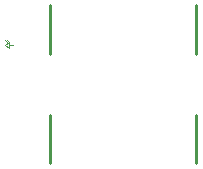
<source format=gbr>
%TF.GenerationSoftware,Altium Limited,Altium Designer,20.1.8 (145)*%
G04 Layer_Color=15790320*
%FSLAX44Y44*%
%MOMM*%
%TF.SameCoordinates,E54140C2-77ED-4701-9F9C-26571285D32F*%
%TF.FilePolarity,Positive*%
%TF.FileFunction,Legend,Bot*%
%TF.Part,Single*%
G01*
G75*
%TA.AperFunction,NonConductor*%
%ADD30C,0.1000*%
%ADD31C,0.1016*%
%ADD32C,0.2540*%
D30*
X10054926Y10120926D02*
G03*
X10054926Y10120926I-500J0D01*
G01*
D31*
X10052426Y10115926D02*
X10055676D01*
X10052426D02*
Y10118426D01*
X10049676Y10115926D02*
X10052426Y10118426D01*
X10049676Y10115926D02*
X10052426Y10113426D01*
Y10115926D01*
X10050676Y10120426D02*
X10051676Y10119426D01*
X10049676Y10119676D02*
X10050676Y10118676D01*
D32*
X10087410Y10015500D02*
Y10056500D01*
Y10108500D02*
Y10149500D01*
X10211410Y10015500D02*
Y10056500D01*
Y10108500D02*
Y10149500D01*
%TF.MD5,3423045f4192b3895c604b0d562d85d8*%
M02*

</source>
